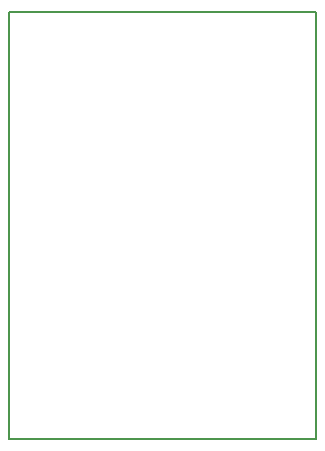
<source format=gm1>
G04 #@! TF.FileFunction,Profile,NP*
%FSLAX46Y46*%
G04 Gerber Fmt 4.6, Leading zero omitted, Abs format (unit mm)*
G04 Created by KiCad (PCBNEW 4.0.5) date Sunday, February 19, 2017 'PMt' 07:14:27 PM*
%MOMM*%
%LPD*%
G01*
G04 APERTURE LIST*
%ADD10C,0.100000*%
%ADD11C,0.150000*%
G04 APERTURE END LIST*
D10*
D11*
X176276000Y-102768400D02*
X150241000Y-102768400D01*
X176276000Y-138963400D02*
X176276000Y-102768400D01*
X150215600Y-138963400D02*
X176250600Y-138963400D01*
X150241000Y-102768400D02*
X150215600Y-138963400D01*
M02*

</source>
